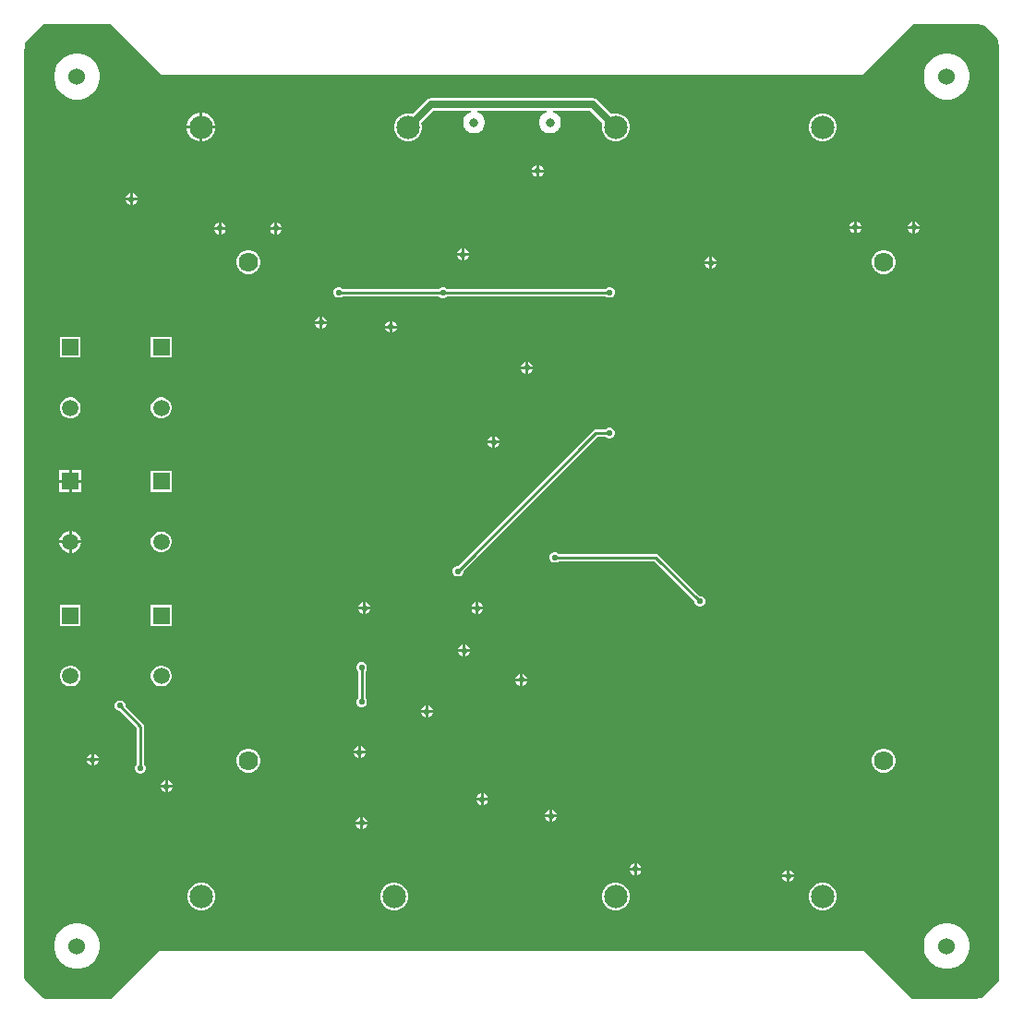
<source format=gbl>
G04*
G04 #@! TF.GenerationSoftware,Altium Limited,Altium Designer,24.0.1 (36)*
G04*
G04 Layer_Physical_Order=2*
G04 Layer_Color=16711680*
%FSLAX25Y25*%
%MOIN*%
G70*
G04*
G04 #@! TF.SameCoordinates,EC2407A8-7C3A-46FB-840E-4377B73232B9*
G04*
G04*
G04 #@! TF.FilePolarity,Positive*
G04*
G01*
G75*
%ADD12C,0.01000*%
%ADD73C,0.02800*%
%ADD74C,0.08445*%
%ADD75C,0.07008*%
%ADD76C,0.03150*%
%ADD77C,0.05941*%
%ADD78R,0.05941X0.05941*%
%ADD79C,0.06000*%
%ADD80C,0.02300*%
G36*
X-205667Y-1204D02*
X-205656Y-1202D01*
X-205645Y-1204D01*
X-183435D01*
X-165451Y-19189D01*
X-165060Y-19450D01*
X-164599Y-19542D01*
X-164599Y-19542D01*
X87401D01*
X87401Y-19542D01*
X87862Y-19450D01*
X88252Y-19189D01*
X106237Y-1204D01*
X128627Y-1192D01*
X129493Y-1195D01*
X131191Y-1537D01*
X132319Y-2008D01*
X136587Y-6276D01*
X137068Y-7445D01*
X137401Y-9145D01*
X137399Y-10011D01*
X137399Y-10013D01*
X137399Y-10014D01*
X137399Y-282636D01*
X137398Y-343833D01*
X137404Y-343864D01*
X137399Y-343896D01*
X137444Y-344761D01*
X137195Y-346476D01*
X137040Y-346912D01*
X131175Y-352776D01*
X129935Y-353090D01*
X129101Y-353133D01*
X105900D01*
X89052Y-336286D01*
X89052Y-336286D01*
X88662Y-336025D01*
X88201Y-335933D01*
X-165399D01*
X-165399Y-335933D01*
X-165860Y-336025D01*
X-166251Y-336286D01*
X-183098Y-353133D01*
X-205835Y-353128D01*
X-206697Y-353124D01*
X-207762Y-352906D01*
X-214362Y-346306D01*
X-214585Y-345153D01*
X-214581Y-344287D01*
X-214581Y-344284D01*
X-214581Y-344280D01*
X-214581Y-10375D01*
X-214540Y-10169D01*
X-214493Y-9942D01*
X-214489Y-9075D01*
X-214253Y-7922D01*
X-207758Y-1427D01*
X-206525Y-1189D01*
X-205667Y-1204D01*
D02*
G37*
%LPC*%
G36*
X119219Y-11913D02*
X117586D01*
X115985Y-12231D01*
X114477Y-12856D01*
X113119Y-13763D01*
X111965Y-14917D01*
X111058Y-16274D01*
X110433Y-17783D01*
X110115Y-19384D01*
Y-21016D01*
X110433Y-22617D01*
X111058Y-24126D01*
X111965Y-25483D01*
X113119Y-26637D01*
X114477Y-27544D01*
X115985Y-28169D01*
X117586Y-28488D01*
X119219D01*
X120820Y-28169D01*
X122328Y-27544D01*
X123685Y-26637D01*
X124839Y-25483D01*
X125746Y-24126D01*
X126371Y-22617D01*
X126690Y-21016D01*
Y-19384D01*
X126371Y-17783D01*
X125746Y-16274D01*
X124839Y-14917D01*
X123685Y-13763D01*
X122328Y-12856D01*
X120820Y-12231D01*
X119219Y-11913D01*
D02*
G37*
G36*
X-194769D02*
X-196401D01*
X-198002Y-12231D01*
X-199510Y-12856D01*
X-200868Y-13763D01*
X-202022Y-14917D01*
X-202929Y-16274D01*
X-203554Y-17783D01*
X-203872Y-19384D01*
Y-21016D01*
X-203554Y-22617D01*
X-202929Y-24126D01*
X-202022Y-25483D01*
X-200868Y-26637D01*
X-199510Y-27544D01*
X-198002Y-28169D01*
X-196401Y-28488D01*
X-194769D01*
X-193167Y-28169D01*
X-191659Y-27544D01*
X-190302Y-26637D01*
X-189148Y-25483D01*
X-188241Y-24126D01*
X-187616Y-22617D01*
X-187297Y-21016D01*
Y-19384D01*
X-187616Y-17783D01*
X-188241Y-16274D01*
X-189148Y-14917D01*
X-190302Y-13763D01*
X-191659Y-12856D01*
X-193167Y-12231D01*
X-194769Y-11913D01*
D02*
G37*
G36*
X-150119Y-33258D02*
X-150306D01*
Y-37980D01*
X-145584D01*
Y-37793D01*
X-145940Y-36464D01*
X-146627Y-35274D01*
X-147599Y-34301D01*
X-148790Y-33614D01*
X-150119Y-33258D01*
D02*
G37*
G36*
X-151306D02*
X-151494D01*
X-152822Y-33614D01*
X-154013Y-34301D01*
X-154985Y-35274D01*
X-155673Y-36464D01*
X-156029Y-37793D01*
Y-37980D01*
X-151306D01*
Y-33258D01*
D02*
G37*
G36*
X74263Y-33470D02*
X72944D01*
X71670Y-33812D01*
X70527Y-34471D01*
X69594Y-35404D01*
X68935Y-36546D01*
X68594Y-37821D01*
Y-39140D01*
X68935Y-40414D01*
X69594Y-41556D01*
X70527Y-42489D01*
X71670Y-43149D01*
X72944Y-43490D01*
X74263D01*
X75537Y-43149D01*
X76679Y-42489D01*
X77612Y-41556D01*
X78272Y-40414D01*
X78613Y-39140D01*
Y-37821D01*
X78272Y-36546D01*
X77612Y-35404D01*
X76679Y-34471D01*
X75537Y-33812D01*
X74263Y-33470D01*
D02*
G37*
G36*
X-9357Y-28092D02*
X-67845D01*
X-68699Y-28262D01*
X-69423Y-28746D01*
X-74400Y-33723D01*
X-75343Y-33470D01*
X-76663D01*
X-77937Y-33812D01*
X-79079Y-34471D01*
X-80012Y-35404D01*
X-80671Y-36546D01*
X-81013Y-37821D01*
Y-39140D01*
X-80671Y-40414D01*
X-80012Y-41556D01*
X-79079Y-42489D01*
X-77937Y-43149D01*
X-76663Y-43490D01*
X-75343D01*
X-74069Y-43149D01*
X-72927Y-42489D01*
X-71994Y-41556D01*
X-71335Y-40414D01*
X-70993Y-39140D01*
Y-37821D01*
X-71246Y-36877D01*
X-66922Y-32553D01*
X-53552D01*
X-53486Y-33053D01*
X-53779Y-33131D01*
X-54677Y-33650D01*
X-55410Y-34383D01*
X-55928Y-35280D01*
X-56196Y-36282D01*
Y-37318D01*
X-55928Y-38320D01*
X-55410Y-39217D01*
X-54677Y-39950D01*
X-53779Y-40469D01*
X-52778Y-40737D01*
X-51741D01*
X-50740Y-40469D01*
X-49842Y-39950D01*
X-49109Y-39217D01*
X-48591Y-38320D01*
X-48322Y-37318D01*
Y-36282D01*
X-48591Y-35280D01*
X-49109Y-34383D01*
X-49842Y-33650D01*
X-50740Y-33131D01*
X-51032Y-33053D01*
X-50966Y-32553D01*
X-26151D01*
X-26085Y-33053D01*
X-26377Y-33131D01*
X-27275Y-33650D01*
X-28008Y-34383D01*
X-28526Y-35280D01*
X-28795Y-36282D01*
Y-37318D01*
X-28526Y-38320D01*
X-28008Y-39217D01*
X-27275Y-39950D01*
X-26377Y-40469D01*
X-25376Y-40737D01*
X-24339D01*
X-23338Y-40469D01*
X-22440Y-39950D01*
X-21707Y-39217D01*
X-21189Y-38320D01*
X-20921Y-37318D01*
Y-36282D01*
X-21189Y-35280D01*
X-21707Y-34383D01*
X-22440Y-33650D01*
X-23338Y-33131D01*
X-23631Y-33053D01*
X-23565Y-32553D01*
X-10281D01*
X-5957Y-36877D01*
X-6210Y-37821D01*
Y-39140D01*
X-5868Y-40414D01*
X-5209Y-41556D01*
X-4276Y-42489D01*
X-3134Y-43149D01*
X-1859Y-43490D01*
X-540D01*
X734Y-43149D01*
X1876Y-42489D01*
X2809Y-41556D01*
X3469Y-40414D01*
X3810Y-39140D01*
Y-37821D01*
X3469Y-36546D01*
X2809Y-35404D01*
X1876Y-34471D01*
X734Y-33812D01*
X-540Y-33470D01*
X-1859D01*
X-2803Y-33723D01*
X-7780Y-28746D01*
X-8504Y-28262D01*
X-9357Y-28092D01*
D02*
G37*
G36*
X-145584Y-38980D02*
X-150306D01*
Y-43703D01*
X-150119D01*
X-148790Y-43347D01*
X-147599Y-42659D01*
X-146627Y-41687D01*
X-145940Y-40496D01*
X-145584Y-39168D01*
Y-38980D01*
D02*
G37*
G36*
X-151306D02*
X-156029D01*
Y-39168D01*
X-155673Y-40496D01*
X-154985Y-41687D01*
X-154013Y-42659D01*
X-152822Y-43347D01*
X-151494Y-43703D01*
X-151306D01*
Y-38980D01*
D02*
G37*
G36*
X-28800Y-52180D02*
Y-53800D01*
X-27180D01*
X-27477Y-53082D01*
X-28082Y-52477D01*
X-28800Y-52180D01*
D02*
G37*
G36*
X-29800D02*
X-30518Y-52477D01*
X-31123Y-53082D01*
X-31420Y-53800D01*
X-29800D01*
Y-52180D01*
D02*
G37*
G36*
X-27180Y-54800D02*
X-28800D01*
Y-56420D01*
X-28082Y-56123D01*
X-27477Y-55518D01*
X-27180Y-54800D01*
D02*
G37*
G36*
X-29800D02*
X-31420D01*
X-31123Y-55518D01*
X-30518Y-56123D01*
X-29800Y-56420D01*
Y-54800D01*
D02*
G37*
G36*
X-175500Y-62337D02*
Y-63957D01*
X-173880D01*
X-174177Y-63239D01*
X-174782Y-62634D01*
X-175500Y-62337D01*
D02*
G37*
G36*
X-176500D02*
X-177218Y-62634D01*
X-177823Y-63239D01*
X-178120Y-63957D01*
X-176500D01*
Y-62337D01*
D02*
G37*
G36*
X-173880Y-64957D02*
X-175500D01*
Y-66577D01*
X-174782Y-66279D01*
X-174177Y-65675D01*
X-173880Y-64957D01*
D02*
G37*
G36*
X-176500D02*
X-178120D01*
X-177823Y-65675D01*
X-177218Y-66279D01*
X-176500Y-66577D01*
Y-64957D01*
D02*
G37*
G36*
X85892Y-72508D02*
Y-74128D01*
X87512D01*
X87215Y-73410D01*
X86610Y-72806D01*
X85892Y-72508D01*
D02*
G37*
G36*
X84892D02*
X84174Y-72806D01*
X83569Y-73410D01*
X83272Y-74128D01*
X84892D01*
Y-72508D01*
D02*
G37*
G36*
X106956Y-72618D02*
Y-74238D01*
X108576D01*
X108279Y-73520D01*
X107674Y-72915D01*
X106956Y-72618D01*
D02*
G37*
G36*
X105956D02*
X105238Y-72915D01*
X104633Y-73520D01*
X104336Y-74238D01*
X105956D01*
Y-72618D01*
D02*
G37*
G36*
X-143529Y-72890D02*
Y-74510D01*
X-141909D01*
X-142206Y-73792D01*
X-142811Y-73187D01*
X-143529Y-72890D01*
D02*
G37*
G36*
X-144529D02*
X-145247Y-73187D01*
X-145852Y-73792D01*
X-146149Y-74510D01*
X-144529D01*
Y-72890D01*
D02*
G37*
G36*
X-123233Y-72899D02*
Y-74519D01*
X-121613D01*
X-121911Y-73801D01*
X-122515Y-73196D01*
X-123233Y-72899D01*
D02*
G37*
G36*
X-124233D02*
X-124951Y-73196D01*
X-125556Y-73801D01*
X-125853Y-74519D01*
X-124233D01*
Y-72899D01*
D02*
G37*
G36*
X87512Y-75128D02*
X85892D01*
Y-76748D01*
X86610Y-76451D01*
X87215Y-75846D01*
X87512Y-75128D01*
D02*
G37*
G36*
X84892D02*
X83272D01*
X83569Y-75846D01*
X84174Y-76451D01*
X84892Y-76748D01*
Y-75128D01*
D02*
G37*
G36*
X108576Y-75238D02*
X106956D01*
Y-76858D01*
X107674Y-76560D01*
X108279Y-75955D01*
X108576Y-75238D01*
D02*
G37*
G36*
X105956D02*
X104336D01*
X104633Y-75955D01*
X105238Y-76560D01*
X105956Y-76858D01*
Y-75238D01*
D02*
G37*
G36*
X-141909Y-75510D02*
X-143529D01*
Y-77130D01*
X-142811Y-76832D01*
X-142206Y-76227D01*
X-141909Y-75510D01*
D02*
G37*
G36*
X-144529D02*
X-146149D01*
X-145852Y-76227D01*
X-145247Y-76832D01*
X-144529Y-77130D01*
Y-75510D01*
D02*
G37*
G36*
X-121613Y-75519D02*
X-123233D01*
Y-77139D01*
X-122515Y-76841D01*
X-121911Y-76237D01*
X-121613Y-75519D01*
D02*
G37*
G36*
X-124233D02*
X-125853D01*
X-125556Y-76237D01*
X-124951Y-76841D01*
X-124233Y-77139D01*
Y-75519D01*
D02*
G37*
G36*
X-55788Y-82421D02*
Y-84041D01*
X-54168D01*
X-54466Y-83323D01*
X-55070Y-82719D01*
X-55788Y-82421D01*
D02*
G37*
G36*
X-56788D02*
X-57506Y-82719D01*
X-58111Y-83323D01*
X-58408Y-84041D01*
X-56788D01*
Y-82421D01*
D02*
G37*
G36*
X-54168Y-85041D02*
X-55788D01*
Y-86661D01*
X-55070Y-86364D01*
X-54466Y-85759D01*
X-54168Y-85041D01*
D02*
G37*
G36*
X-56788D02*
X-58408D01*
X-58111Y-85759D01*
X-57506Y-86364D01*
X-56788Y-86661D01*
Y-85041D01*
D02*
G37*
G36*
X33684Y-85416D02*
Y-87036D01*
X35304D01*
X35007Y-86318D01*
X34402Y-85713D01*
X33684Y-85416D01*
D02*
G37*
G36*
X32684D02*
X31966Y-85713D01*
X31362Y-86318D01*
X31064Y-87036D01*
X32684D01*
Y-85416D01*
D02*
G37*
G36*
X35304Y-88036D02*
X33684D01*
Y-89656D01*
X34402Y-89359D01*
X35007Y-88754D01*
X35304Y-88036D01*
D02*
G37*
G36*
X32684D02*
X31064D01*
X31362Y-88754D01*
X31966Y-89359D01*
X32684Y-89656D01*
Y-88036D01*
D02*
G37*
G36*
X96164Y-82909D02*
X95034D01*
X93943Y-83201D01*
X92964Y-83766D01*
X92165Y-84565D01*
X91601Y-85544D01*
X91308Y-86635D01*
Y-87765D01*
X91601Y-88856D01*
X92165Y-89835D01*
X92964Y-90634D01*
X93943Y-91199D01*
X95034Y-91491D01*
X96164D01*
X97256Y-91199D01*
X98234Y-90634D01*
X99033Y-89835D01*
X99598Y-88856D01*
X99891Y-87765D01*
Y-86635D01*
X99598Y-85544D01*
X99033Y-84565D01*
X98234Y-83766D01*
X97256Y-83201D01*
X96164Y-82909D01*
D02*
G37*
G36*
X-133220D02*
X-134350D01*
X-135441Y-83201D01*
X-136420Y-83766D01*
X-137219Y-84565D01*
X-137784Y-85544D01*
X-138076Y-86635D01*
Y-87765D01*
X-137784Y-88856D01*
X-137219Y-89835D01*
X-136420Y-90634D01*
X-135441Y-91199D01*
X-134350Y-91491D01*
X-133220D01*
X-132128Y-91199D01*
X-131150Y-90634D01*
X-130351Y-89835D01*
X-129786Y-88856D01*
X-129493Y-87765D01*
Y-86635D01*
X-129786Y-85544D01*
X-130351Y-84565D01*
X-131150Y-83766D01*
X-132128Y-83201D01*
X-133220Y-82909D01*
D02*
G37*
G36*
X-3018Y-96206D02*
X-3789D01*
X-4501Y-96501D01*
X-4844Y-96845D01*
X-62086D01*
X-62406Y-96526D01*
X-63118Y-96231D01*
X-63888D01*
X-64600Y-96526D01*
X-64930Y-96855D01*
X-67487D01*
X-67609Y-96831D01*
X-99582D01*
X-99912Y-96501D01*
X-100624Y-96206D01*
X-101395D01*
X-102107Y-96501D01*
X-102652Y-97046D01*
X-102947Y-97759D01*
Y-98529D01*
X-102652Y-99241D01*
X-102107Y-99786D01*
X-101395Y-100081D01*
X-100624D01*
X-99912Y-99786D01*
X-99582Y-99457D01*
X-67706D01*
X-67585Y-99481D01*
X-64930D01*
X-64600Y-99811D01*
X-63888Y-100106D01*
X-63118D01*
X-62406Y-99811D01*
X-62065Y-99470D01*
X-4817D01*
X-4501Y-99786D01*
X-3789Y-100081D01*
X-3018D01*
X-2306Y-99786D01*
X-1761Y-99241D01*
X-1466Y-98529D01*
Y-97759D01*
X-1761Y-97046D01*
X-2306Y-96501D01*
X-3018Y-96206D01*
D02*
G37*
G36*
X-106985Y-106957D02*
Y-108577D01*
X-105365D01*
X-105663Y-107859D01*
X-106267Y-107254D01*
X-106985Y-106957D01*
D02*
G37*
G36*
X-107985D02*
X-108703Y-107254D01*
X-109308Y-107859D01*
X-109605Y-108577D01*
X-107985D01*
Y-106957D01*
D02*
G37*
G36*
X-81778Y-108481D02*
Y-110101D01*
X-80158D01*
X-80455Y-109383D01*
X-81060Y-108779D01*
X-81778Y-108481D01*
D02*
G37*
G36*
X-82778D02*
X-83496Y-108779D01*
X-84100Y-109383D01*
X-84398Y-110101D01*
X-82778D01*
Y-108481D01*
D02*
G37*
G36*
X-105365Y-109577D02*
X-106985D01*
Y-111197D01*
X-106267Y-110900D01*
X-105663Y-110295D01*
X-105365Y-109577D01*
D02*
G37*
G36*
X-107985D02*
X-109605D01*
X-109308Y-110295D01*
X-108703Y-110900D01*
X-107985Y-111197D01*
Y-109577D01*
D02*
G37*
G36*
X-80158Y-111101D02*
X-81778D01*
Y-112721D01*
X-81060Y-112424D01*
X-80455Y-111819D01*
X-80158Y-111101D01*
D02*
G37*
G36*
X-82778D02*
X-84398D01*
X-84100Y-111819D01*
X-83496Y-112424D01*
X-82778Y-112721D01*
Y-111101D01*
D02*
G37*
G36*
X-161442Y-114242D02*
X-168958D01*
Y-121758D01*
X-161442D01*
Y-114242D01*
D02*
G37*
G36*
X-194242D02*
X-201758D01*
Y-121758D01*
X-194242D01*
Y-114242D01*
D02*
G37*
G36*
X-32700Y-123286D02*
Y-124906D01*
X-31080D01*
X-31377Y-124188D01*
X-31982Y-123583D01*
X-32700Y-123286D01*
D02*
G37*
G36*
X-33700D02*
X-34418Y-123583D01*
X-35023Y-124188D01*
X-35320Y-124906D01*
X-33700D01*
Y-123286D01*
D02*
G37*
G36*
X-31080Y-125906D02*
X-32700D01*
Y-127526D01*
X-31982Y-127228D01*
X-31377Y-126624D01*
X-31080Y-125906D01*
D02*
G37*
G36*
X-33700D02*
X-35320D01*
X-35023Y-126624D01*
X-34418Y-127228D01*
X-33700Y-127526D01*
Y-125906D01*
D02*
G37*
G36*
X-164705Y-136053D02*
X-165695D01*
X-166650Y-136309D01*
X-167507Y-136804D01*
X-168207Y-137504D01*
X-168702Y-138361D01*
X-168958Y-139316D01*
Y-140306D01*
X-168702Y-141261D01*
X-168207Y-142118D01*
X-167507Y-142818D01*
X-166650Y-143313D01*
X-165695Y-143569D01*
X-164705D01*
X-163750Y-143313D01*
X-162893Y-142818D01*
X-162193Y-142118D01*
X-161698Y-141261D01*
X-161442Y-140306D01*
Y-139316D01*
X-161698Y-138361D01*
X-162193Y-137504D01*
X-162893Y-136804D01*
X-163750Y-136309D01*
X-164705Y-136053D01*
D02*
G37*
G36*
X-197505D02*
X-198495D01*
X-199451Y-136309D01*
X-200307Y-136804D01*
X-201007Y-137504D01*
X-201502Y-138361D01*
X-201758Y-139316D01*
Y-140306D01*
X-201502Y-141261D01*
X-201007Y-142118D01*
X-200307Y-142818D01*
X-199451Y-143313D01*
X-198495Y-143569D01*
X-197505D01*
X-196549Y-143313D01*
X-195693Y-142818D01*
X-194993Y-142118D01*
X-194498Y-141261D01*
X-194242Y-140306D01*
Y-139316D01*
X-194498Y-138361D01*
X-194993Y-137504D01*
X-195693Y-136804D01*
X-196549Y-136309D01*
X-197505Y-136053D01*
D02*
G37*
G36*
X-3018Y-147016D02*
X-3789D01*
X-4501Y-147311D01*
X-4831Y-147641D01*
X-8222D01*
X-8724Y-147741D01*
X-9150Y-148025D01*
X-58000Y-196876D01*
X-58467D01*
X-59179Y-197171D01*
X-59724Y-197716D01*
X-60019Y-198428D01*
Y-199198D01*
X-59724Y-199911D01*
X-59179Y-200456D01*
X-58467Y-200751D01*
X-57696D01*
X-56984Y-200456D01*
X-56439Y-199911D01*
X-56144Y-199198D01*
Y-198732D01*
X-7678Y-150266D01*
X-4831D01*
X-4501Y-150596D01*
X-3789Y-150891D01*
X-3018D01*
X-2306Y-150596D01*
X-1761Y-150051D01*
X-1466Y-149339D01*
Y-148568D01*
X-1761Y-147856D01*
X-2306Y-147311D01*
X-3018Y-147016D01*
D02*
G37*
G36*
X-44685Y-150103D02*
Y-151723D01*
X-43065D01*
X-43363Y-151005D01*
X-43967Y-150401D01*
X-44685Y-150103D01*
D02*
G37*
G36*
X-45685D02*
X-46403Y-150401D01*
X-47008Y-151005D01*
X-47305Y-151723D01*
X-45685D01*
Y-150103D01*
D02*
G37*
G36*
X-43065Y-152723D02*
X-44685D01*
Y-154343D01*
X-43967Y-154046D01*
X-43363Y-153441D01*
X-43065Y-152723D01*
D02*
G37*
G36*
X-45685D02*
X-47305D01*
X-47008Y-153441D01*
X-46403Y-154046D01*
X-45685Y-154343D01*
Y-152723D01*
D02*
G37*
G36*
X-194029Y-162429D02*
X-197500D01*
Y-165900D01*
X-194029D01*
Y-162429D01*
D02*
G37*
G36*
X-198500D02*
X-201971D01*
Y-165900D01*
X-198500D01*
Y-162429D01*
D02*
G37*
G36*
X-161442Y-162642D02*
X-168958D01*
Y-170158D01*
X-161442D01*
Y-162642D01*
D02*
G37*
G36*
X-194029Y-166900D02*
X-197500D01*
Y-170370D01*
X-194029D01*
Y-166900D01*
D02*
G37*
G36*
X-198500D02*
X-201971D01*
Y-170370D01*
X-198500D01*
Y-166900D01*
D02*
G37*
G36*
X-197477Y-184241D02*
X-197500D01*
Y-187711D01*
X-194029D01*
Y-187688D01*
X-194300Y-186679D01*
X-194823Y-185773D01*
X-195562Y-185034D01*
X-196467Y-184511D01*
X-197477Y-184241D01*
D02*
G37*
G36*
X-198500D02*
X-198523D01*
X-199532Y-184511D01*
X-200438Y-185034D01*
X-201177Y-185773D01*
X-201700Y-186679D01*
X-201971Y-187688D01*
Y-187711D01*
X-198500D01*
Y-184241D01*
D02*
G37*
G36*
X-164705Y-184453D02*
X-165695D01*
X-166650Y-184709D01*
X-167507Y-185204D01*
X-168207Y-185904D01*
X-168702Y-186760D01*
X-168958Y-187716D01*
Y-188706D01*
X-168702Y-189662D01*
X-168207Y-190518D01*
X-167507Y-191218D01*
X-166650Y-191713D01*
X-165695Y-191969D01*
X-164705D01*
X-163750Y-191713D01*
X-162893Y-191218D01*
X-162193Y-190518D01*
X-161698Y-189662D01*
X-161442Y-188706D01*
Y-187716D01*
X-161698Y-186760D01*
X-162193Y-185904D01*
X-162893Y-185204D01*
X-163750Y-184709D01*
X-164705Y-184453D01*
D02*
G37*
G36*
X-194029Y-188711D02*
X-197500D01*
Y-192182D01*
X-197477D01*
X-196467Y-191911D01*
X-195562Y-191388D01*
X-194823Y-190649D01*
X-194300Y-189744D01*
X-194029Y-188734D01*
Y-188711D01*
D02*
G37*
G36*
X-198500D02*
X-201971D01*
Y-188734D01*
X-201700Y-189744D01*
X-201177Y-190649D01*
X-200438Y-191388D01*
X-199532Y-191911D01*
X-198523Y-192182D01*
X-198500D01*
Y-188711D01*
D02*
G37*
G36*
X-22688Y-191881D02*
X-23459D01*
X-24171Y-192176D01*
X-24716Y-192721D01*
X-25010Y-193433D01*
Y-194203D01*
X-24716Y-194916D01*
X-24171Y-195461D01*
X-23459Y-195756D01*
X-22688D01*
X-21976Y-195461D01*
X-21646Y-195131D01*
X12820D01*
X27335Y-209645D01*
Y-210112D01*
X27630Y-210824D01*
X28175Y-211369D01*
X28887Y-211664D01*
X29658D01*
X30370Y-211369D01*
X30915Y-210824D01*
X31210Y-210112D01*
Y-209341D01*
X30915Y-208629D01*
X30370Y-208084D01*
X29658Y-207789D01*
X29191D01*
X14292Y-192890D01*
X13866Y-192605D01*
X13364Y-192506D01*
X-21646D01*
X-21976Y-192176D01*
X-22688Y-191881D01*
D02*
G37*
G36*
X-50570Y-210077D02*
Y-211697D01*
X-48950D01*
X-49247Y-210980D01*
X-49852Y-210375D01*
X-50570Y-210077D01*
D02*
G37*
G36*
X-51570D02*
X-52288Y-210375D01*
X-52893Y-210980D01*
X-53190Y-211697D01*
X-51570D01*
Y-210077D01*
D02*
G37*
G36*
X-91323Y-210080D02*
Y-211700D01*
X-89703D01*
X-90000Y-210982D01*
X-90605Y-210377D01*
X-91323Y-210080D01*
D02*
G37*
G36*
X-92323D02*
X-93041Y-210377D01*
X-93646Y-210982D01*
X-93943Y-211700D01*
X-92323D01*
Y-210080D01*
D02*
G37*
G36*
X-48950Y-212697D02*
X-50570D01*
Y-214317D01*
X-49852Y-214020D01*
X-49247Y-213415D01*
X-48950Y-212697D01*
D02*
G37*
G36*
X-51570D02*
X-53190D01*
X-52893Y-213415D01*
X-52288Y-214020D01*
X-51570Y-214317D01*
Y-212697D01*
D02*
G37*
G36*
X-89703Y-212700D02*
X-91323D01*
Y-214320D01*
X-90605Y-214023D01*
X-90000Y-213418D01*
X-89703Y-212700D01*
D02*
G37*
G36*
X-92323D02*
X-93943D01*
X-93646Y-213418D01*
X-93041Y-214023D01*
X-92323Y-214320D01*
Y-212700D01*
D02*
G37*
G36*
X-161442Y-211042D02*
X-168958D01*
Y-218558D01*
X-161442D01*
Y-211042D01*
D02*
G37*
G36*
X-194242D02*
X-201758D01*
Y-218558D01*
X-194242D01*
Y-211042D01*
D02*
G37*
G36*
X-55381Y-225348D02*
Y-226968D01*
X-53761D01*
X-54058Y-226251D01*
X-54663Y-225646D01*
X-55381Y-225348D01*
D02*
G37*
G36*
X-56381D02*
X-57099Y-225646D01*
X-57704Y-226251D01*
X-58001Y-226968D01*
X-56381D01*
Y-225348D01*
D02*
G37*
G36*
X-53761Y-227968D02*
X-55381D01*
Y-229588D01*
X-54663Y-229291D01*
X-54058Y-228686D01*
X-53761Y-227968D01*
D02*
G37*
G36*
X-56381D02*
X-58001D01*
X-57704Y-228686D01*
X-57099Y-229291D01*
X-56381Y-229588D01*
Y-227968D01*
D02*
G37*
G36*
X-34638Y-235880D02*
Y-237500D01*
X-33018D01*
X-33315Y-236782D01*
X-33920Y-236177D01*
X-34638Y-235880D01*
D02*
G37*
G36*
X-35638D02*
X-36356Y-236177D01*
X-36960Y-236782D01*
X-37258Y-237500D01*
X-35638D01*
Y-235880D01*
D02*
G37*
G36*
X-33018Y-238500D02*
X-34638D01*
Y-240120D01*
X-33920Y-239823D01*
X-33315Y-239218D01*
X-33018Y-238500D01*
D02*
G37*
G36*
X-35638D02*
X-37258D01*
X-36960Y-239218D01*
X-36356Y-239823D01*
X-35638Y-240120D01*
Y-238500D01*
D02*
G37*
G36*
X-164705Y-232853D02*
X-165695D01*
X-166650Y-233109D01*
X-167507Y-233604D01*
X-168207Y-234304D01*
X-168702Y-235160D01*
X-168958Y-236116D01*
Y-237106D01*
X-168702Y-238061D01*
X-168207Y-238918D01*
X-167507Y-239618D01*
X-166650Y-240113D01*
X-165695Y-240369D01*
X-164705D01*
X-163750Y-240113D01*
X-162893Y-239618D01*
X-162193Y-238918D01*
X-161698Y-238061D01*
X-161442Y-237106D01*
Y-236116D01*
X-161698Y-235160D01*
X-162193Y-234304D01*
X-162893Y-233604D01*
X-163750Y-233109D01*
X-164705Y-232853D01*
D02*
G37*
G36*
X-197505D02*
X-198495D01*
X-199451Y-233109D01*
X-200307Y-233604D01*
X-201007Y-234304D01*
X-201502Y-235160D01*
X-201758Y-236116D01*
Y-237106D01*
X-201502Y-238061D01*
X-201007Y-238918D01*
X-200307Y-239618D01*
X-199451Y-240113D01*
X-198495Y-240369D01*
X-197505D01*
X-196549Y-240113D01*
X-195693Y-239618D01*
X-194993Y-238918D01*
X-194498Y-238061D01*
X-194242Y-237106D01*
Y-236116D01*
X-194498Y-235160D01*
X-194993Y-234304D01*
X-195693Y-233604D01*
X-196549Y-233109D01*
X-197505Y-232853D01*
D02*
G37*
G36*
X-92459Y-231642D02*
X-93230D01*
X-93942Y-231937D01*
X-94487Y-232482D01*
X-94782Y-233194D01*
Y-233965D01*
X-94487Y-234677D01*
X-94157Y-235007D01*
Y-244613D01*
X-94487Y-244943D01*
X-94782Y-245655D01*
Y-246426D01*
X-94487Y-247138D01*
X-93942Y-247683D01*
X-93230Y-247978D01*
X-92459D01*
X-91747Y-247683D01*
X-91202Y-247138D01*
X-90907Y-246426D01*
Y-245655D01*
X-91202Y-244943D01*
X-91532Y-244613D01*
Y-235007D01*
X-91202Y-234677D01*
X-90907Y-233965D01*
Y-233194D01*
X-91202Y-232482D01*
X-91747Y-231937D01*
X-92459Y-231642D01*
D02*
G37*
G36*
X-68823Y-247321D02*
Y-248941D01*
X-67203D01*
X-67501Y-248223D01*
X-68105Y-247619D01*
X-68823Y-247321D01*
D02*
G37*
G36*
X-69823D02*
X-70541Y-247619D01*
X-71146Y-248223D01*
X-71443Y-248941D01*
X-69823D01*
Y-247321D01*
D02*
G37*
G36*
X-67203Y-249941D02*
X-68823D01*
Y-251561D01*
X-68105Y-251264D01*
X-67501Y-250659D01*
X-67203Y-249941D01*
D02*
G37*
G36*
X-69823D02*
X-71443D01*
X-71146Y-250659D01*
X-70541Y-251264D01*
X-69823Y-251561D01*
Y-249941D01*
D02*
G37*
G36*
X-93146Y-262088D02*
Y-263709D01*
X-91526D01*
X-91823Y-262991D01*
X-92428Y-262386D01*
X-93146Y-262088D01*
D02*
G37*
G36*
X-94146D02*
X-94864Y-262386D01*
X-95469Y-262991D01*
X-95766Y-263709D01*
X-94146D01*
Y-262088D01*
D02*
G37*
G36*
X-91526Y-264709D02*
X-93146D01*
Y-266329D01*
X-92428Y-266031D01*
X-91823Y-265426D01*
X-91526Y-264709D01*
D02*
G37*
G36*
X-94146D02*
X-95766D01*
X-95469Y-265426D01*
X-94864Y-266031D01*
X-94146Y-266329D01*
Y-264709D01*
D02*
G37*
G36*
X-189409Y-264792D02*
Y-266412D01*
X-187789D01*
X-188086Y-265694D01*
X-188691Y-265089D01*
X-189409Y-264792D01*
D02*
G37*
G36*
X-190409D02*
X-191127Y-265089D01*
X-191732Y-265694D01*
X-192029Y-266412D01*
X-190409D01*
Y-264792D01*
D02*
G37*
G36*
X-187789Y-267412D02*
X-189409D01*
Y-269032D01*
X-188691Y-268735D01*
X-188086Y-268130D01*
X-187789Y-267412D01*
D02*
G37*
G36*
X-190409D02*
X-192029D01*
X-191732Y-268130D01*
X-191127Y-268735D01*
X-190409Y-269032D01*
Y-267412D01*
D02*
G37*
G36*
X96164Y-262909D02*
X95034D01*
X93943Y-263201D01*
X92964Y-263766D01*
X92165Y-264565D01*
X91601Y-265544D01*
X91308Y-266635D01*
Y-267765D01*
X91601Y-268856D01*
X92165Y-269835D01*
X92964Y-270634D01*
X93943Y-271199D01*
X95034Y-271491D01*
X96164D01*
X97256Y-271199D01*
X98234Y-270634D01*
X99033Y-269835D01*
X99598Y-268856D01*
X99891Y-267765D01*
Y-266635D01*
X99598Y-265544D01*
X99033Y-264565D01*
X98234Y-263766D01*
X97256Y-263201D01*
X96164Y-262909D01*
D02*
G37*
G36*
X-133220D02*
X-134350D01*
X-135441Y-263201D01*
X-136420Y-263766D01*
X-137219Y-264565D01*
X-137784Y-265544D01*
X-138076Y-266635D01*
Y-267765D01*
X-137784Y-268856D01*
X-137219Y-269835D01*
X-136420Y-270634D01*
X-135441Y-271199D01*
X-134350Y-271491D01*
X-133220D01*
X-132128Y-271199D01*
X-131150Y-270634D01*
X-130351Y-269835D01*
X-129786Y-268856D01*
X-129493Y-267765D01*
Y-266635D01*
X-129786Y-265544D01*
X-130351Y-264565D01*
X-131150Y-263766D01*
X-132128Y-263201D01*
X-133220Y-262909D01*
D02*
G37*
G36*
X-179655Y-245453D02*
X-180425D01*
X-181137Y-245747D01*
X-181682Y-246292D01*
X-181977Y-247005D01*
Y-247775D01*
X-181682Y-248487D01*
X-181137Y-249032D01*
X-180425Y-249327D01*
X-179959D01*
X-173968Y-255318D01*
Y-268452D01*
X-174384Y-268868D01*
X-174679Y-269580D01*
Y-270351D01*
X-174384Y-271063D01*
X-173839Y-271608D01*
X-173126Y-271903D01*
X-172356D01*
X-171644Y-271608D01*
X-171099Y-271063D01*
X-170804Y-270351D01*
Y-269580D01*
X-171099Y-268868D01*
X-171343Y-268624D01*
Y-254775D01*
X-171442Y-254273D01*
X-171727Y-253847D01*
X-178103Y-247471D01*
Y-247005D01*
X-178398Y-246292D01*
X-178943Y-245747D01*
X-179655Y-245453D01*
D02*
G37*
G36*
X-162792Y-274377D02*
Y-275997D01*
X-161172D01*
X-161470Y-275279D01*
X-162074Y-274674D01*
X-162792Y-274377D01*
D02*
G37*
G36*
X-163792D02*
X-164510Y-274674D01*
X-165115Y-275279D01*
X-165412Y-275997D01*
X-163792D01*
Y-274377D01*
D02*
G37*
G36*
X-161172Y-276997D02*
X-162792D01*
Y-278617D01*
X-162074Y-278320D01*
X-161470Y-277715D01*
X-161172Y-276997D01*
D02*
G37*
G36*
X-163792D02*
X-165412D01*
X-165115Y-277715D01*
X-164510Y-278320D01*
X-163792Y-278617D01*
Y-276997D01*
D02*
G37*
G36*
X-48876Y-279096D02*
Y-280716D01*
X-47256D01*
X-47553Y-279998D01*
X-48158Y-279393D01*
X-48876Y-279096D01*
D02*
G37*
G36*
X-49876D02*
X-50594Y-279393D01*
X-51199Y-279998D01*
X-51496Y-280716D01*
X-49876D01*
Y-279096D01*
D02*
G37*
G36*
X-47256Y-281716D02*
X-48876D01*
Y-283336D01*
X-48158Y-283038D01*
X-47553Y-282434D01*
X-47256Y-281716D01*
D02*
G37*
G36*
X-49876D02*
X-51496D01*
X-51199Y-282434D01*
X-50594Y-283038D01*
X-49876Y-283336D01*
Y-281716D01*
D02*
G37*
G36*
X-23975Y-285047D02*
Y-286667D01*
X-22355D01*
X-22652Y-285949D01*
X-23257Y-285344D01*
X-23975Y-285047D01*
D02*
G37*
G36*
X-24975D02*
X-25693Y-285344D01*
X-26298Y-285949D01*
X-26595Y-286667D01*
X-24975D01*
Y-285047D01*
D02*
G37*
G36*
X-92294Y-287625D02*
Y-289245D01*
X-90674D01*
X-90972Y-288527D01*
X-91576Y-287922D01*
X-92294Y-287625D01*
D02*
G37*
G36*
X-93294D02*
X-94012Y-287922D01*
X-94617Y-288527D01*
X-94914Y-289245D01*
X-93294D01*
Y-287625D01*
D02*
G37*
G36*
X-22355Y-287667D02*
X-23975D01*
Y-289287D01*
X-23257Y-288989D01*
X-22652Y-288385D01*
X-22355Y-287667D01*
D02*
G37*
G36*
X-24975D02*
X-26595D01*
X-26298Y-288385D01*
X-25693Y-288989D01*
X-24975Y-289287D01*
Y-287667D01*
D02*
G37*
G36*
X-90674Y-290245D02*
X-92294D01*
Y-291865D01*
X-91576Y-291567D01*
X-90972Y-290963D01*
X-90674Y-290245D01*
D02*
G37*
G36*
X-93294D02*
X-94914D01*
X-94617Y-290963D01*
X-94012Y-291567D01*
X-93294Y-291865D01*
Y-290245D01*
D02*
G37*
G36*
X6468Y-304280D02*
Y-305900D01*
X8088D01*
X7791Y-305182D01*
X7186Y-304577D01*
X6468Y-304280D01*
D02*
G37*
G36*
X5468D02*
X4750Y-304577D01*
X4146Y-305182D01*
X3848Y-305900D01*
X5468D01*
Y-304280D01*
D02*
G37*
G36*
X61635Y-306789D02*
Y-308409D01*
X63255D01*
X62958Y-307691D01*
X62353Y-307086D01*
X61635Y-306789D01*
D02*
G37*
G36*
X60635D02*
X59917Y-307086D01*
X59312Y-307691D01*
X59015Y-308409D01*
X60635D01*
Y-306789D01*
D02*
G37*
G36*
X8088Y-306900D02*
X6468D01*
Y-308520D01*
X7186Y-308223D01*
X7791Y-307618D01*
X8088Y-306900D01*
D02*
G37*
G36*
X5468D02*
X3848D01*
X4146Y-307618D01*
X4750Y-308223D01*
X5468Y-308520D01*
Y-306900D01*
D02*
G37*
G36*
X63255Y-309409D02*
X61635D01*
Y-311029D01*
X62353Y-310732D01*
X62958Y-310127D01*
X63255Y-309409D01*
D02*
G37*
G36*
X60635D02*
X59015D01*
X59312Y-310127D01*
X59917Y-310732D01*
X60635Y-311029D01*
Y-309409D01*
D02*
G37*
G36*
X74262Y-311185D02*
X72943D01*
X71669Y-311526D01*
X70526Y-312186D01*
X69594Y-313119D01*
X68934Y-314261D01*
X68593Y-315535D01*
Y-316854D01*
X68934Y-318128D01*
X69594Y-319271D01*
X70526Y-320203D01*
X71669Y-320863D01*
X72943Y-321204D01*
X74262D01*
X75536Y-320863D01*
X76679Y-320203D01*
X77612Y-319271D01*
X78271Y-318128D01*
X78613Y-316854D01*
Y-315535D01*
X78271Y-314261D01*
X77612Y-313119D01*
X76679Y-312186D01*
X75536Y-311526D01*
X74262Y-311185D01*
D02*
G37*
G36*
X-541D02*
X-1860D01*
X-3134Y-311526D01*
X-4277Y-312186D01*
X-5209Y-313119D01*
X-5869Y-314261D01*
X-6210Y-315535D01*
Y-316854D01*
X-5869Y-318128D01*
X-5209Y-319271D01*
X-4277Y-320203D01*
X-3134Y-320863D01*
X-1860Y-321204D01*
X-541D01*
X733Y-320863D01*
X1876Y-320203D01*
X2808Y-319271D01*
X3468Y-318128D01*
X3809Y-316854D01*
Y-315535D01*
X3468Y-314261D01*
X2808Y-313119D01*
X1876Y-312186D01*
X733Y-311526D01*
X-541Y-311185D01*
D02*
G37*
G36*
X-80544D02*
X-81863D01*
X-83137Y-311526D01*
X-84280Y-312186D01*
X-85212Y-313119D01*
X-85872Y-314261D01*
X-86213Y-315535D01*
Y-316854D01*
X-85872Y-318128D01*
X-85212Y-319271D01*
X-84280Y-320203D01*
X-83137Y-320863D01*
X-81863Y-321204D01*
X-80544D01*
X-79270Y-320863D01*
X-78127Y-320203D01*
X-77195Y-319271D01*
X-76535Y-318128D01*
X-76194Y-316854D01*
Y-315535D01*
X-76535Y-314261D01*
X-77195Y-313119D01*
X-78127Y-312186D01*
X-79270Y-311526D01*
X-80544Y-311185D01*
D02*
G37*
G36*
X-150147D02*
X-151466D01*
X-152741Y-311526D01*
X-153883Y-312186D01*
X-154816Y-313119D01*
X-155475Y-314261D01*
X-155817Y-315535D01*
Y-316854D01*
X-155475Y-318128D01*
X-154816Y-319271D01*
X-153883Y-320203D01*
X-152741Y-320863D01*
X-151466Y-321204D01*
X-150147D01*
X-148873Y-320863D01*
X-147731Y-320203D01*
X-146798Y-319271D01*
X-146138Y-318128D01*
X-145797Y-316854D01*
Y-315535D01*
X-146138Y-314261D01*
X-146798Y-313119D01*
X-147731Y-312186D01*
X-148873Y-311526D01*
X-150147Y-311185D01*
D02*
G37*
G36*
X119219Y-325839D02*
X117586D01*
X115985Y-326157D01*
X114477Y-326782D01*
X113119Y-327689D01*
X111965Y-328843D01*
X111058Y-330201D01*
X110433Y-331709D01*
X110115Y-333310D01*
Y-334943D01*
X110433Y-336544D01*
X111058Y-338052D01*
X111965Y-339409D01*
X113119Y-340564D01*
X114477Y-341471D01*
X115985Y-342095D01*
X117586Y-342414D01*
X119219D01*
X120820Y-342095D01*
X122328Y-341471D01*
X123685Y-340564D01*
X124839Y-339409D01*
X125746Y-338052D01*
X126371Y-336544D01*
X126690Y-334943D01*
Y-333310D01*
X126371Y-331709D01*
X125746Y-330201D01*
X124839Y-328843D01*
X123685Y-327689D01*
X122328Y-326782D01*
X120820Y-326157D01*
X119219Y-325839D01*
D02*
G37*
G36*
X-194769D02*
X-196401D01*
X-198002Y-326157D01*
X-199510Y-326782D01*
X-200868Y-327689D01*
X-202022Y-328843D01*
X-202929Y-330201D01*
X-203554Y-331709D01*
X-203872Y-333310D01*
Y-334943D01*
X-203554Y-336544D01*
X-202929Y-338052D01*
X-202022Y-339409D01*
X-200868Y-340564D01*
X-199510Y-341471D01*
X-198002Y-342095D01*
X-196401Y-342414D01*
X-194769D01*
X-193167Y-342095D01*
X-191659Y-341471D01*
X-190302Y-340564D01*
X-189148Y-339409D01*
X-188241Y-338052D01*
X-187616Y-336544D01*
X-187297Y-334943D01*
Y-333310D01*
X-187616Y-331709D01*
X-188241Y-330201D01*
X-189148Y-328843D01*
X-190302Y-327689D01*
X-191659Y-326782D01*
X-193167Y-326157D01*
X-194769Y-325839D01*
D02*
G37*
%LPD*%
D12*
X-23073Y-193818D02*
X13364D01*
X29272Y-209726D01*
X-58082Y-198813D02*
X-8222Y-148953D01*
X-3403D01*
X-92845Y-246040D02*
Y-233579D01*
X-101010Y-98144D02*
X-67609D01*
X-67585Y-98168D01*
X-63492Y-98157D02*
X-3403D01*
X-172655Y-269879D02*
Y-254775D01*
X-180040Y-247390D02*
X-172655Y-254775D01*
X-3414Y-98155D02*
X-3403Y-98144D01*
X-63503Y-98168D02*
X-63492Y-98157D01*
X-67585Y-98168D02*
X-63503D01*
X-172741Y-269966D02*
X-172655Y-269879D01*
D73*
X-9357Y-30323D02*
X-1200Y-38480D01*
X-76003Y-38480D02*
X-67845Y-30323D01*
X-9357D01*
D74*
X-1201Y-316195D02*
D03*
X-81204D02*
D03*
X73603D02*
D03*
X-150807D02*
D03*
X-150806Y-38480D02*
D03*
X-76003D02*
D03*
X-1200D02*
D03*
X73603D02*
D03*
D75*
X-133785Y-87200D02*
D03*
Y-267200D02*
D03*
X95599D02*
D03*
Y-87200D02*
D03*
D76*
X-24858Y-36800D02*
D03*
X-52259D02*
D03*
D77*
X-165200Y-236611D02*
D03*
Y-188211D02*
D03*
X-198000Y-236611D02*
D03*
Y-188211D02*
D03*
X-165200Y-139811D02*
D03*
X-198000D02*
D03*
D78*
X-165200Y-214800D02*
D03*
Y-166400D02*
D03*
X-198000Y-214800D02*
D03*
Y-166400D02*
D03*
X-165200Y-118000D02*
D03*
X-198000D02*
D03*
D79*
X-195585Y-334126D02*
D03*
Y-20200D02*
D03*
X118402D02*
D03*
Y-334126D02*
D03*
D80*
X-29300Y-54300D02*
D03*
X-58082Y-198813D02*
D03*
X-92845Y-246040D02*
D03*
Y-233579D02*
D03*
X5968Y-306400D02*
D03*
X61135Y-308909D02*
D03*
X-69323Y-249441D02*
D03*
X-33200Y-125406D02*
D03*
X-101010Y-98144D02*
D03*
X-82278Y-110601D02*
D03*
X29272Y-209726D02*
D03*
X-51070Y-212197D02*
D03*
X-24475Y-287167D02*
D03*
X-23073Y-193818D02*
D03*
X-45185Y-152223D02*
D03*
X-3403Y-148953D02*
D03*
X-55881Y-227468D02*
D03*
X33184Y-87536D02*
D03*
X-56288Y-84541D02*
D03*
X-180040Y-247390D02*
D03*
X-3403Y-98144D02*
D03*
X-63503Y-98168D02*
D03*
X-107485Y-109077D02*
D03*
X-172741Y-269966D02*
D03*
X-91823Y-212200D02*
D03*
X106456Y-74738D02*
D03*
X85392Y-74628D02*
D03*
X-123733Y-75019D02*
D03*
X-144029Y-75010D02*
D03*
X-29823Y-253094D02*
D03*
X-33760D02*
D03*
X-25032Y-256568D02*
D03*
Y-260596D02*
D03*
Y-264536D02*
D03*
Y-268564D02*
D03*
X-33760Y-271704D02*
D03*
X-29823D02*
D03*
X-3403Y-159901D02*
D03*
X520D02*
D03*
X4578D02*
D03*
X8576D02*
D03*
X12573D02*
D03*
X16601D02*
D03*
X24566D02*
D03*
X20570D02*
D03*
X28593D02*
D03*
X32533D02*
D03*
X36561D02*
D03*
X39955Y-163918D02*
D03*
X39941Y-168118D02*
D03*
X39955Y-172118D02*
D03*
Y-176116D02*
D03*
X40000Y-180145D02*
D03*
Y-184237D02*
D03*
X40014Y-188145D02*
D03*
Y-192197D02*
D03*
X40007Y-196207D02*
D03*
X28044Y-143039D02*
D03*
X32054Y-143046D02*
D03*
X36106D02*
D03*
X40014Y-143032D02*
D03*
X44106D02*
D03*
X48135Y-142986D02*
D03*
X52133D02*
D03*
X56133Y-142972D02*
D03*
X60333Y-142986D02*
D03*
X63900Y-139197D02*
D03*
Y-135170D02*
D03*
Y-131230D02*
D03*
Y-127202D02*
D03*
Y-123207D02*
D03*
Y-119237D02*
D03*
Y-115209D02*
D03*
Y-111212D02*
D03*
Y-107215D02*
D03*
Y-103156D02*
D03*
Y-99233D02*
D03*
X60800Y-94797D02*
D03*
X56600Y-94784D02*
D03*
X52600Y-94797D02*
D03*
X48603D02*
D03*
X44574Y-94843D02*
D03*
X40481D02*
D03*
X36573Y-94857D02*
D03*
X28511Y-94850D02*
D03*
X32521Y-94857D02*
D03*
X-93646Y-264209D02*
D03*
X-163292Y-276497D02*
D03*
X-49376Y-281216D02*
D03*
X-58008Y-184600D02*
D03*
X-61932D02*
D03*
X-65990D02*
D03*
X-69988D02*
D03*
X-73985D02*
D03*
X-78013D02*
D03*
X-81982D02*
D03*
X-85978D02*
D03*
X-90005D02*
D03*
X-93945D02*
D03*
X-54098Y-149911D02*
D03*
X-54105Y-153921D02*
D03*
Y-157973D02*
D03*
X-54092Y-161881D02*
D03*
Y-165974D02*
D03*
X-54046Y-170003D02*
D03*
Y-174000D02*
D03*
X-54032Y-178000D02*
D03*
X-54046Y-182200D02*
D03*
X-97973Y-184600D02*
D03*
X-101948Y-182289D02*
D03*
X-101934Y-178089D02*
D03*
X-101948Y-174089D02*
D03*
Y-170092D02*
D03*
X-101993Y-166063D02*
D03*
Y-161970D02*
D03*
X-102007Y-158062D02*
D03*
Y-154010D02*
D03*
X-189909Y-266912D02*
D03*
X-35138Y-238000D02*
D03*
X-102000Y-150000D02*
D03*
X-176000Y-64457D02*
D03*
X-92794Y-289745D02*
D03*
M02*

</source>
